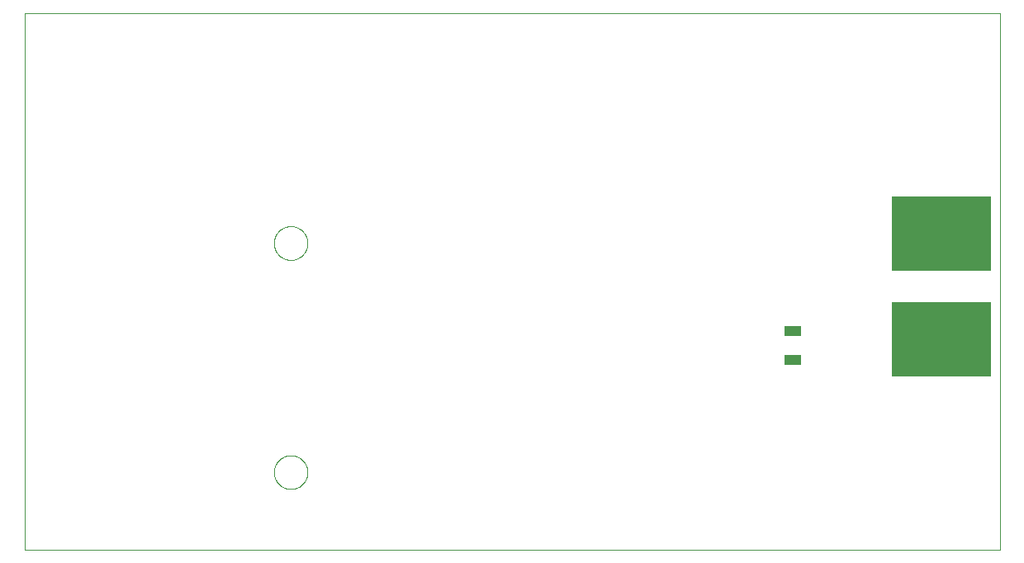
<source format=gbp>
G75*
%MOIN*%
%OFA0B0*%
%FSLAX25Y25*%
%IPPOS*%
%LPD*%
%AMOC8*
5,1,8,0,0,1.08239X$1,22.5*
%
%ADD10C,0.00000*%
%ADD11R,0.40000X0.30000*%
%ADD12R,0.06900X0.04400*%
D10*
X0001000Y0001000D02*
X0001000Y0217535D01*
X0394701Y0217535D01*
X0394701Y0001000D01*
X0001000Y0001000D01*
X0101700Y0032250D02*
X0101702Y0032417D01*
X0101708Y0032584D01*
X0101718Y0032750D01*
X0101733Y0032917D01*
X0101751Y0033082D01*
X0101774Y0033248D01*
X0101800Y0033413D01*
X0101831Y0033577D01*
X0101865Y0033740D01*
X0101904Y0033902D01*
X0101946Y0034064D01*
X0101993Y0034224D01*
X0102043Y0034383D01*
X0102098Y0034541D01*
X0102156Y0034697D01*
X0102218Y0034852D01*
X0102283Y0035006D01*
X0102353Y0035157D01*
X0102426Y0035307D01*
X0102503Y0035455D01*
X0102583Y0035602D01*
X0102667Y0035746D01*
X0102755Y0035888D01*
X0102846Y0036028D01*
X0102940Y0036165D01*
X0103038Y0036301D01*
X0103139Y0036434D01*
X0103244Y0036564D01*
X0103351Y0036692D01*
X0103462Y0036817D01*
X0103575Y0036939D01*
X0103692Y0037058D01*
X0103811Y0037175D01*
X0103933Y0037288D01*
X0104058Y0037399D01*
X0104186Y0037506D01*
X0104316Y0037611D01*
X0104449Y0037712D01*
X0104585Y0037810D01*
X0104722Y0037904D01*
X0104862Y0037995D01*
X0105004Y0038083D01*
X0105148Y0038167D01*
X0105295Y0038247D01*
X0105443Y0038324D01*
X0105593Y0038397D01*
X0105744Y0038467D01*
X0105898Y0038532D01*
X0106053Y0038594D01*
X0106209Y0038652D01*
X0106367Y0038707D01*
X0106526Y0038757D01*
X0106686Y0038804D01*
X0106848Y0038846D01*
X0107010Y0038885D01*
X0107173Y0038919D01*
X0107337Y0038950D01*
X0107502Y0038976D01*
X0107668Y0038999D01*
X0107833Y0039017D01*
X0108000Y0039032D01*
X0108166Y0039042D01*
X0108333Y0039048D01*
X0108500Y0039050D01*
X0108667Y0039048D01*
X0108834Y0039042D01*
X0109000Y0039032D01*
X0109167Y0039017D01*
X0109332Y0038999D01*
X0109498Y0038976D01*
X0109663Y0038950D01*
X0109827Y0038919D01*
X0109990Y0038885D01*
X0110152Y0038846D01*
X0110314Y0038804D01*
X0110474Y0038757D01*
X0110633Y0038707D01*
X0110791Y0038652D01*
X0110947Y0038594D01*
X0111102Y0038532D01*
X0111256Y0038467D01*
X0111407Y0038397D01*
X0111557Y0038324D01*
X0111705Y0038247D01*
X0111852Y0038167D01*
X0111996Y0038083D01*
X0112138Y0037995D01*
X0112278Y0037904D01*
X0112415Y0037810D01*
X0112551Y0037712D01*
X0112684Y0037611D01*
X0112814Y0037506D01*
X0112942Y0037399D01*
X0113067Y0037288D01*
X0113189Y0037175D01*
X0113308Y0037058D01*
X0113425Y0036939D01*
X0113538Y0036817D01*
X0113649Y0036692D01*
X0113756Y0036564D01*
X0113861Y0036434D01*
X0113962Y0036301D01*
X0114060Y0036165D01*
X0114154Y0036028D01*
X0114245Y0035888D01*
X0114333Y0035746D01*
X0114417Y0035602D01*
X0114497Y0035455D01*
X0114574Y0035307D01*
X0114647Y0035157D01*
X0114717Y0035006D01*
X0114782Y0034852D01*
X0114844Y0034697D01*
X0114902Y0034541D01*
X0114957Y0034383D01*
X0115007Y0034224D01*
X0115054Y0034064D01*
X0115096Y0033902D01*
X0115135Y0033740D01*
X0115169Y0033577D01*
X0115200Y0033413D01*
X0115226Y0033248D01*
X0115249Y0033082D01*
X0115267Y0032917D01*
X0115282Y0032750D01*
X0115292Y0032584D01*
X0115298Y0032417D01*
X0115300Y0032250D01*
X0115298Y0032083D01*
X0115292Y0031916D01*
X0115282Y0031750D01*
X0115267Y0031583D01*
X0115249Y0031418D01*
X0115226Y0031252D01*
X0115200Y0031087D01*
X0115169Y0030923D01*
X0115135Y0030760D01*
X0115096Y0030598D01*
X0115054Y0030436D01*
X0115007Y0030276D01*
X0114957Y0030117D01*
X0114902Y0029959D01*
X0114844Y0029803D01*
X0114782Y0029648D01*
X0114717Y0029494D01*
X0114647Y0029343D01*
X0114574Y0029193D01*
X0114497Y0029045D01*
X0114417Y0028898D01*
X0114333Y0028754D01*
X0114245Y0028612D01*
X0114154Y0028472D01*
X0114060Y0028335D01*
X0113962Y0028199D01*
X0113861Y0028066D01*
X0113756Y0027936D01*
X0113649Y0027808D01*
X0113538Y0027683D01*
X0113425Y0027561D01*
X0113308Y0027442D01*
X0113189Y0027325D01*
X0113067Y0027212D01*
X0112942Y0027101D01*
X0112814Y0026994D01*
X0112684Y0026889D01*
X0112551Y0026788D01*
X0112415Y0026690D01*
X0112278Y0026596D01*
X0112138Y0026505D01*
X0111996Y0026417D01*
X0111852Y0026333D01*
X0111705Y0026253D01*
X0111557Y0026176D01*
X0111407Y0026103D01*
X0111256Y0026033D01*
X0111102Y0025968D01*
X0110947Y0025906D01*
X0110791Y0025848D01*
X0110633Y0025793D01*
X0110474Y0025743D01*
X0110314Y0025696D01*
X0110152Y0025654D01*
X0109990Y0025615D01*
X0109827Y0025581D01*
X0109663Y0025550D01*
X0109498Y0025524D01*
X0109332Y0025501D01*
X0109167Y0025483D01*
X0109000Y0025468D01*
X0108834Y0025458D01*
X0108667Y0025452D01*
X0108500Y0025450D01*
X0108333Y0025452D01*
X0108166Y0025458D01*
X0108000Y0025468D01*
X0107833Y0025483D01*
X0107668Y0025501D01*
X0107502Y0025524D01*
X0107337Y0025550D01*
X0107173Y0025581D01*
X0107010Y0025615D01*
X0106848Y0025654D01*
X0106686Y0025696D01*
X0106526Y0025743D01*
X0106367Y0025793D01*
X0106209Y0025848D01*
X0106053Y0025906D01*
X0105898Y0025968D01*
X0105744Y0026033D01*
X0105593Y0026103D01*
X0105443Y0026176D01*
X0105295Y0026253D01*
X0105148Y0026333D01*
X0105004Y0026417D01*
X0104862Y0026505D01*
X0104722Y0026596D01*
X0104585Y0026690D01*
X0104449Y0026788D01*
X0104316Y0026889D01*
X0104186Y0026994D01*
X0104058Y0027101D01*
X0103933Y0027212D01*
X0103811Y0027325D01*
X0103692Y0027442D01*
X0103575Y0027561D01*
X0103462Y0027683D01*
X0103351Y0027808D01*
X0103244Y0027936D01*
X0103139Y0028066D01*
X0103038Y0028199D01*
X0102940Y0028335D01*
X0102846Y0028472D01*
X0102755Y0028612D01*
X0102667Y0028754D01*
X0102583Y0028898D01*
X0102503Y0029045D01*
X0102426Y0029193D01*
X0102353Y0029343D01*
X0102283Y0029494D01*
X0102218Y0029648D01*
X0102156Y0029803D01*
X0102098Y0029959D01*
X0102043Y0030117D01*
X0101993Y0030276D01*
X0101946Y0030436D01*
X0101904Y0030598D01*
X0101865Y0030760D01*
X0101831Y0030923D01*
X0101800Y0031087D01*
X0101774Y0031252D01*
X0101751Y0031418D01*
X0101733Y0031583D01*
X0101718Y0031750D01*
X0101708Y0031916D01*
X0101702Y0032083D01*
X0101700Y0032250D01*
X0101700Y0124750D02*
X0101702Y0124917D01*
X0101708Y0125084D01*
X0101718Y0125250D01*
X0101733Y0125417D01*
X0101751Y0125582D01*
X0101774Y0125748D01*
X0101800Y0125913D01*
X0101831Y0126077D01*
X0101865Y0126240D01*
X0101904Y0126402D01*
X0101946Y0126564D01*
X0101993Y0126724D01*
X0102043Y0126883D01*
X0102098Y0127041D01*
X0102156Y0127197D01*
X0102218Y0127352D01*
X0102283Y0127506D01*
X0102353Y0127657D01*
X0102426Y0127807D01*
X0102503Y0127955D01*
X0102583Y0128102D01*
X0102667Y0128246D01*
X0102755Y0128388D01*
X0102846Y0128528D01*
X0102940Y0128665D01*
X0103038Y0128801D01*
X0103139Y0128934D01*
X0103244Y0129064D01*
X0103351Y0129192D01*
X0103462Y0129317D01*
X0103575Y0129439D01*
X0103692Y0129558D01*
X0103811Y0129675D01*
X0103933Y0129788D01*
X0104058Y0129899D01*
X0104186Y0130006D01*
X0104316Y0130111D01*
X0104449Y0130212D01*
X0104585Y0130310D01*
X0104722Y0130404D01*
X0104862Y0130495D01*
X0105004Y0130583D01*
X0105148Y0130667D01*
X0105295Y0130747D01*
X0105443Y0130824D01*
X0105593Y0130897D01*
X0105744Y0130967D01*
X0105898Y0131032D01*
X0106053Y0131094D01*
X0106209Y0131152D01*
X0106367Y0131207D01*
X0106526Y0131257D01*
X0106686Y0131304D01*
X0106848Y0131346D01*
X0107010Y0131385D01*
X0107173Y0131419D01*
X0107337Y0131450D01*
X0107502Y0131476D01*
X0107668Y0131499D01*
X0107833Y0131517D01*
X0108000Y0131532D01*
X0108166Y0131542D01*
X0108333Y0131548D01*
X0108500Y0131550D01*
X0108667Y0131548D01*
X0108834Y0131542D01*
X0109000Y0131532D01*
X0109167Y0131517D01*
X0109332Y0131499D01*
X0109498Y0131476D01*
X0109663Y0131450D01*
X0109827Y0131419D01*
X0109990Y0131385D01*
X0110152Y0131346D01*
X0110314Y0131304D01*
X0110474Y0131257D01*
X0110633Y0131207D01*
X0110791Y0131152D01*
X0110947Y0131094D01*
X0111102Y0131032D01*
X0111256Y0130967D01*
X0111407Y0130897D01*
X0111557Y0130824D01*
X0111705Y0130747D01*
X0111852Y0130667D01*
X0111996Y0130583D01*
X0112138Y0130495D01*
X0112278Y0130404D01*
X0112415Y0130310D01*
X0112551Y0130212D01*
X0112684Y0130111D01*
X0112814Y0130006D01*
X0112942Y0129899D01*
X0113067Y0129788D01*
X0113189Y0129675D01*
X0113308Y0129558D01*
X0113425Y0129439D01*
X0113538Y0129317D01*
X0113649Y0129192D01*
X0113756Y0129064D01*
X0113861Y0128934D01*
X0113962Y0128801D01*
X0114060Y0128665D01*
X0114154Y0128528D01*
X0114245Y0128388D01*
X0114333Y0128246D01*
X0114417Y0128102D01*
X0114497Y0127955D01*
X0114574Y0127807D01*
X0114647Y0127657D01*
X0114717Y0127506D01*
X0114782Y0127352D01*
X0114844Y0127197D01*
X0114902Y0127041D01*
X0114957Y0126883D01*
X0115007Y0126724D01*
X0115054Y0126564D01*
X0115096Y0126402D01*
X0115135Y0126240D01*
X0115169Y0126077D01*
X0115200Y0125913D01*
X0115226Y0125748D01*
X0115249Y0125582D01*
X0115267Y0125417D01*
X0115282Y0125250D01*
X0115292Y0125084D01*
X0115298Y0124917D01*
X0115300Y0124750D01*
X0115298Y0124583D01*
X0115292Y0124416D01*
X0115282Y0124250D01*
X0115267Y0124083D01*
X0115249Y0123918D01*
X0115226Y0123752D01*
X0115200Y0123587D01*
X0115169Y0123423D01*
X0115135Y0123260D01*
X0115096Y0123098D01*
X0115054Y0122936D01*
X0115007Y0122776D01*
X0114957Y0122617D01*
X0114902Y0122459D01*
X0114844Y0122303D01*
X0114782Y0122148D01*
X0114717Y0121994D01*
X0114647Y0121843D01*
X0114574Y0121693D01*
X0114497Y0121545D01*
X0114417Y0121398D01*
X0114333Y0121254D01*
X0114245Y0121112D01*
X0114154Y0120972D01*
X0114060Y0120835D01*
X0113962Y0120699D01*
X0113861Y0120566D01*
X0113756Y0120436D01*
X0113649Y0120308D01*
X0113538Y0120183D01*
X0113425Y0120061D01*
X0113308Y0119942D01*
X0113189Y0119825D01*
X0113067Y0119712D01*
X0112942Y0119601D01*
X0112814Y0119494D01*
X0112684Y0119389D01*
X0112551Y0119288D01*
X0112415Y0119190D01*
X0112278Y0119096D01*
X0112138Y0119005D01*
X0111996Y0118917D01*
X0111852Y0118833D01*
X0111705Y0118753D01*
X0111557Y0118676D01*
X0111407Y0118603D01*
X0111256Y0118533D01*
X0111102Y0118468D01*
X0110947Y0118406D01*
X0110791Y0118348D01*
X0110633Y0118293D01*
X0110474Y0118243D01*
X0110314Y0118196D01*
X0110152Y0118154D01*
X0109990Y0118115D01*
X0109827Y0118081D01*
X0109663Y0118050D01*
X0109498Y0118024D01*
X0109332Y0118001D01*
X0109167Y0117983D01*
X0109000Y0117968D01*
X0108834Y0117958D01*
X0108667Y0117952D01*
X0108500Y0117950D01*
X0108333Y0117952D01*
X0108166Y0117958D01*
X0108000Y0117968D01*
X0107833Y0117983D01*
X0107668Y0118001D01*
X0107502Y0118024D01*
X0107337Y0118050D01*
X0107173Y0118081D01*
X0107010Y0118115D01*
X0106848Y0118154D01*
X0106686Y0118196D01*
X0106526Y0118243D01*
X0106367Y0118293D01*
X0106209Y0118348D01*
X0106053Y0118406D01*
X0105898Y0118468D01*
X0105744Y0118533D01*
X0105593Y0118603D01*
X0105443Y0118676D01*
X0105295Y0118753D01*
X0105148Y0118833D01*
X0105004Y0118917D01*
X0104862Y0119005D01*
X0104722Y0119096D01*
X0104585Y0119190D01*
X0104449Y0119288D01*
X0104316Y0119389D01*
X0104186Y0119494D01*
X0104058Y0119601D01*
X0103933Y0119712D01*
X0103811Y0119825D01*
X0103692Y0119942D01*
X0103575Y0120061D01*
X0103462Y0120183D01*
X0103351Y0120308D01*
X0103244Y0120436D01*
X0103139Y0120566D01*
X0103038Y0120699D01*
X0102940Y0120835D01*
X0102846Y0120972D01*
X0102755Y0121112D01*
X0102667Y0121254D01*
X0102583Y0121398D01*
X0102503Y0121545D01*
X0102426Y0121693D01*
X0102353Y0121843D01*
X0102283Y0121994D01*
X0102218Y0122148D01*
X0102156Y0122303D01*
X0102098Y0122459D01*
X0102043Y0122617D01*
X0101993Y0122776D01*
X0101946Y0122936D01*
X0101904Y0123098D01*
X0101865Y0123260D01*
X0101831Y0123423D01*
X0101800Y0123587D01*
X0101774Y0123752D01*
X0101751Y0123918D01*
X0101733Y0124083D01*
X0101718Y0124250D01*
X0101708Y0124416D01*
X0101702Y0124583D01*
X0101700Y0124750D01*
D11*
X0371000Y0128500D03*
X0371000Y0086000D03*
D12*
X0311000Y0089300D03*
X0311000Y0077700D03*
M02*

</source>
